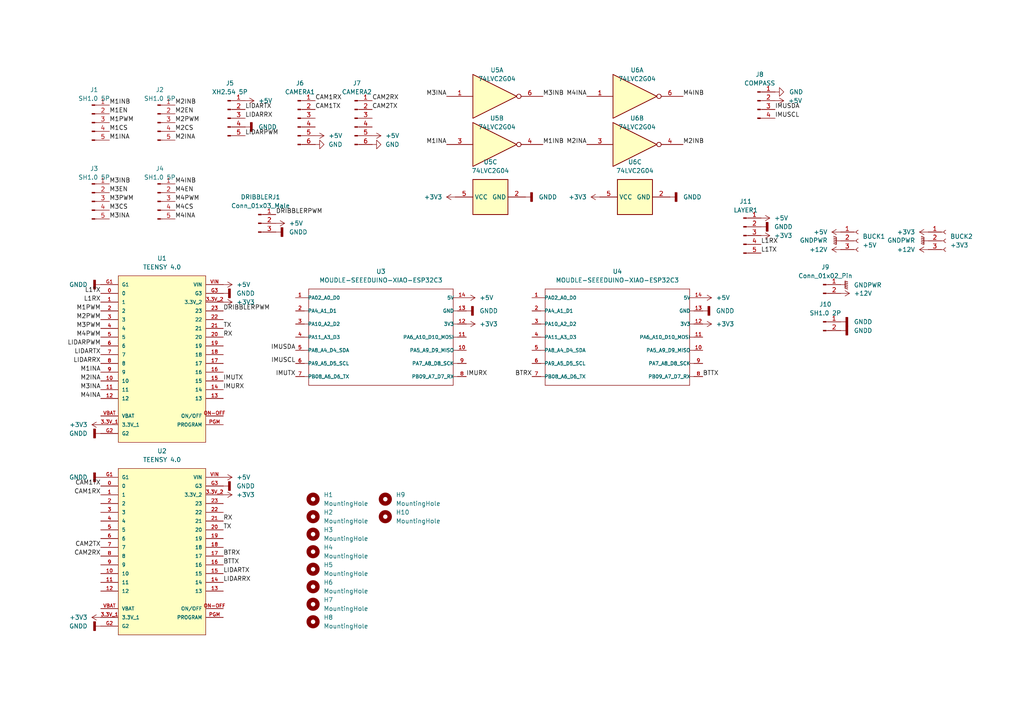
<source format=kicad_sch>
(kicad_sch (version 20230121) (generator eeschema)
  (paper "A4")
  (title_block (title "layer 3 schematic drawing") (date "2023-11-16") (company "ducc. Robotics"))
  (lib_symbols
    (symbol "+12V_1" (power) (pin_names (offset 0))
      (property "Value" "+12V_1" (at 0 3.556 0))
      (symbol "+12V_1_0_1"
        (polyline (pts (xy -0.762 1.27) (xy 0 2.54)))
        (polyline (pts (xy 0 0) (xy 0 2.54)))
        (polyline (pts (xy 0 2.54) (xy 0.762 1.27)))
      )
      (symbol "+12V_1_1_1"
        (pin power_in line (at 0 0 90) (length 0) hide (name "+12V") (number "1"))
      )
    )
    (symbol "+12V_2" (power) (pin_names (offset 0))
      (property "Value" "+12V_2" (at 0 3.556 0))
      (symbol "+12V_2_0_1"
        (polyline (pts (xy -0.762 1.27) (xy 0 2.54)))
        (polyline (pts (xy 0 0) (xy 0 2.54)))
        (polyline (pts (xy 0 2.54) (xy 0.762 1.27)))
      )
      (symbol "+12V_2_1_1"
        (pin power_in line (at 0 0 90) (length 0) hide (name "+12V") (number "1"))
      )
    )
    (symbol "+3V3_1" (power) (pin_names (offset 0))
      (property "Value" "+3V3_1" (at 0 3.556 0))
      (symbol "+3V3_1_0_1"
        (polyline (pts (xy -0.762 1.27) (xy 0 2.54)))
        (polyline (pts (xy 0 0) (xy 0 2.54)))
        (polyline (pts (xy 0 2.54) (xy 0.762 1.27)))
      )
      (symbol "+3V3_1_1_1"
        (pin power_in line (at 0 0 90) (length 0) hide (name "+3V3") (number "1"))
      )
    )
    (symbol "+3V3_3" (power) (pin_names (offset 0))
      (property "Value" "+3V3_3" (at 0 3.556 0))
      (symbol "+3V3_3_0_1"
        (polyline (pts (xy -0.762 1.27) (xy 0 2.54)))
        (polyline (pts (xy 0 0) (xy 0 2.54)))
        (polyline (pts (xy 0 2.54) (xy 0.762 1.27)))
      )
      (symbol "+3V3_3_1_1"
        (pin power_in line (at 0 0 90) (length 0) hide (name "+3V3") (number "1"))
      )
    )
    (symbol "+5V_1" (power) (pin_names (offset 0))
      (property "Value" "+5V_1" (at 0 3.556 0))
      (symbol "+5V_1_0_1"
        (polyline (pts (xy -0.762 1.27) (xy 0 2.54)))
        (polyline (pts (xy 0 0) (xy 0 2.54)))
        (polyline (pts (xy 0 2.54) (xy 0.762 1.27)))
      )
      (symbol "+5V_1_1_1"
        (pin power_in line (at 0 0 90) (length 0) hide (name "+5V") (number "1"))
      )
    )
    (symbol "+5V_2" (power) (pin_names (offset 0))
      (property "Value" "+5V_2" (at 0 3.556 0))
      (symbol "+5V_2_0_1"
        (polyline (pts (xy -0.762 1.27) (xy 0 2.54)))
        (polyline (pts (xy 0 0) (xy 0 2.54)))
        (polyline (pts (xy 0 2.54) (xy 0.762 1.27)))
      )
      (symbol "+5V_2_1_1"
        (pin power_in line (at 0 0 90) (length 0) hide (name "+5V") (number "1"))
      )
    )
    (symbol "+5V_3" (power) (pin_names (offset 0))
      (property "Value" "+5V_3" (at 0 3.556 0))
      (symbol "+5V_3_0_1"
        (polyline (pts (xy -0.762 1.27) (xy 0 2.54)))
        (polyline (pts (xy 0 0) (xy 0 2.54)))
        (polyline (pts (xy 0 2.54) (xy 0.762 1.27)))
      )
      (symbol "+5V_3_1_1"
        (pin power_in line (at 0 0 90) (length 0) hide (name "+5V") (number "1"))
      )
    )
    (symbol "74xGxx:74LVC2G04"
      (property "Reference" "U" (at 0 7.62 0))
      (property "Value" "74LVC2G04" (at 2.54 -7.62 0))
      (symbol "74LVC2G04_1_1"
        (polyline (pts (xy -7.62 6.35) (xy -7.62 -6.35) (xy 5.08 0) (xy -7.62 6.35)) (stroke (width 0.254)) (fill (type background)))
        (pin input line (at -15.24 0 0) (length 7.62) (name "~") (number "1"))
        (pin output inverted (at 12.7 0 180) (length 7.62) (name "~") (number "6"))
      )
      (symbol "74LVC2G04_2_1"
        (polyline (pts (xy -7.62 6.35) (xy -7.62 -6.35) (xy 5.08 0) (xy -7.62 6.35)) (stroke (width 0.254)) (fill (type background)))
        (pin input line (at -15.24 0 0) (length 7.62) (name "~") (number "3"))
        (pin output inverted (at 12.7 0 180) (length 7.62) (name "~") (number "4"))
      )
      (symbol "74LVC2G04_3_0"
        (rectangle (start -5.08 -5.08) (end 5.08 5.08) (stroke (width 0.254)) (fill (type background)))
      )
      (symbol "74LVC2G04_3_1"
        (pin power_in line (at 0 -10.16 90) (length 5.08) (name "GND") (number "2"))
        (pin power_in line (at 0 10.16 270) (length 5.08) (name "VCC") (number "5"))
      )
    )
    (symbol "Connector:Conn_01x02_Pin" (pin_names (offset 1.016) hide)
      (property "Reference" "J" (at 0 2.54 0))
      (property "Value" "Conn_01x02_Pin" (at 0 -5.08 0))
      (symbol "Conn_01x02_Pin_1_1"
        (polyline (pts (xy 1.27 -2.54) (xy 0.8636 -2.54)) (stroke (width 0.1524)))
        (polyline (pts (xy 1.27 0) (xy 0.8636 0)) (stroke (width 0.1524)))
        (rectangle (start 0.8636 -2.413) (end 0 -2.667) (stroke (width 0.1524)) (fill (type outline)))
        (rectangle (start 0.8636 0.127) (end 0 -0.127) (stroke (width 0.1524)) (fill (type outline)))
        (pin passive line (at 5.08 0 180) (length 3.81) (name "Pin_1") (number "1"))
        (pin passive line (at 5.08 -2.54 180) (length 3.81) (name "Pin_2") (number "2"))
      )
    )
    (symbol "Connector:Conn_01x03_Female" (pin_names (offset 1.016) hide)
      (property "Reference" "J" (at 0 5.08 0))
      (property "Value" "Conn_01x03_Female" (at 0 -5.08 0))
      (symbol "Conn_01x03_Female_1_1"
        (arc (start 0 -2.032) (mid -0.5058 -2.54) (end 0 -3.048) (stroke (width 0.1524)))
        (polyline (pts (xy -1.27 -2.54) (xy -0.508 -2.54)) (stroke (width 0.1524)))
        (polyline (pts (xy -1.27 0) (xy -0.508 0)) (stroke (width 0.1524)))
        (polyline (pts (xy -1.27 2.54) (xy -0.508 2.54)) (stroke (width 0.1524)))
        (arc (start 0 0.508) (mid -0.5058 0) (end 0 -0.508) (stroke (width 0.1524)))
        (arc (start 0 3.048) (mid -0.5058 2.54) (end 0 2.032) (stroke (width 0.1524)))
        (pin passive line (at -5.08 2.54 0) (length 3.81) (name "Pin_1") (number "1"))
        (pin passive line (at -5.08 0 0) (length 3.81) (name "Pin_2") (number "2"))
        (pin passive line (at -5.08 -2.54 0) (length 3.81) (name "Pin_3") (number "3"))
      )
    )
    (symbol "Connector:Conn_01x03_Male" (pin_names (offset 1.016) hide)
      (property "Reference" "J" (at 0 5.08 0))
      (property "Value" "Conn_01x03_Male" (at 0 -5.08 0))
      (symbol "Conn_01x03_Male_1_1"
        (polyline (pts (xy 1.27 -2.54) (xy 0.8636 -2.54)) (stroke (width 0.1524)))
        (polyline (pts (xy 1.27 0) (xy 0.8636 0)) (stroke (width 0.1524)))
        (polyline (pts (xy 1.27 2.54) (xy 0.8636 2.54)) (stroke (width 0.1524)))
        (rectangle (start 0.8636 -2.413) (end 0 -2.667) (stroke (width 0.1524)) (fill (type outline)))
        (rectangle (start 0.8636 0.127) (end 0 -0.127) (stroke (width 0.1524)) (fill (type outline)))
        (rectangle (start 0.8636 2.667) (end 0 2.413) (stroke (width 0.1524)) (fill (type outline)))
        (pin passive line (at 5.08 2.54 180) (length 3.81) (name "Pin_1") (number "1"))
        (pin passive line (at 5.08 0 180) (length 3.81) (name "Pin_2") (number "2"))
        (pin passive line (at 5.08 -2.54 180) (length 3.81) (name "Pin_3") (number "3"))
      )
    )
    (symbol "Connector:Conn_01x04_Pin" (pin_names (offset 1.016) hide)
      (property "Reference" "J" (at 0 5.08 0))
      (property "Value" "Conn_01x04_Pin" (at 0 -7.62 0))
      (symbol "Conn_01x04_Pin_1_1"
        (polyline (pts (xy 1.27 -5.08) (xy 0.8636 -5.08)) (stroke (width 0.1524)))
        (polyline (pts (xy 1.27 -2.54) (xy 0.8636 -2.54)) (stroke (width 0.1524)))
        (polyline (pts (xy 1.27 0) (xy 0.8636 0)) (stroke (width 0.1524)))
        (polyline (pts (xy 1.27 2.54) (xy 0.8636 2.54)) (stroke (width 0.1524)))
        (rectangle (start 0.8636 -4.953) (end 0 -5.207) (stroke (width 0.1524)) (fill (type outline)))
        (rectangle (start 0.8636 -2.413) (end 0 -2.667) (stroke (width 0.1524)) (fill (type outline)))
        (rectangle (start 0.8636 0.127) (end 0 -0.127) (stroke (width 0.1524)) (fill (type outline)))
        (rectangle (start 0.8636 2.667) (end 0 2.413) (stroke (width 0.1524)) (fill (type outline)))
        (pin passive line (at 5.08 2.54 180) (length 3.81) (name "Pin_1") (number "1"))
        (pin passive line (at 5.08 0 180) (length 3.81) (name "Pin_2") (number "2"))
        (pin passive line (at 5.08 -2.54 180) (length 3.81) (name "Pin_3") (number "3"))
        (pin passive line (at 5.08 -5.08 180) (length 3.81) (name "Pin_4") (number "4"))
      )
    )
    (symbol "Connector:Conn_01x05_Male" (pin_names (offset 1.016) hide)
      (property "Reference" "J" (at 0 7.62 0))
      (property "Value" "Conn_01x05_Male" (at 0 -7.62 0))
      (symbol "Conn_01x05_Male_1_1"
        (polyline (pts (xy 1.27 -5.08) (xy 0.8636 -5.08)) (stroke (width 0.1524)))
        (polyline (pts (xy 1.27 -2.54) (xy 0.8636 -2.54)) (stroke (width 0.1524)))
        (polyline (pts (xy 1.27 0) (xy 0.8636 0)) (stroke (width 0.1524)))
        (polyline (pts (xy 1.27 2.54) (xy 0.8636 2.54)) (stroke (width 0.1524)))
        (polyline (pts (xy 1.27 5.08) (xy 0.8636 5.08)) (stroke (width 0.1524)))
        (rectangle (start 0.8636 -4.953) (end 0 -5.207) (stroke (width 0.1524)) (fill (type outline)))
        (rectangle (start 0.8636 -2.413) (end 0 -2.667) (stroke (width 0.1524)) (fill (type outline)))
        (rectangle (start 0.8636 0.127) (end 0 -0.127) (stroke (width 0.1524)) (fill (type outline)))
        (rectangle (start 0.8636 2.667) (end 0 2.413) (stroke (width 0.1524)) (fill (type outline)))
        (rectangle (start 0.8636 5.207) (end 0 4.953) (stroke (width 0.1524)) (fill (type outline)))
        (pin passive line (at 5.08 5.08 180) (length 3.81) (name "Pin_1") (number "1"))
        (pin passive line (at 5.08 2.54 180) (length 3.81) (name "Pin_2") (number "2"))
        (pin passive line (at 5.08 0 180) (length 3.81) (name "Pin_3") (number "3"))
        (pin passive line (at 5.08 -2.54 180) (length 3.81) (name "Pin_4") (number "4"))
        (pin passive line (at 5.08 -5.08 180) (length 3.81) (name "Pin_5") (number "5"))
      )
    )
    (symbol "Connector:Conn_01x05_Pin" (pin_names (offset 1.016) hide)
      (property "Reference" "J" (at 0 7.62 0))
      (property "Value" "Conn_01x05_Pin" (at 0 -7.62 0))
      (symbol "Conn_01x05_Pin_1_1"
        (polyline (pts (xy 1.27 -5.08) (xy 0.8636 -5.08)) (stroke (width 0.1524)))
        (polyline (pts (xy 1.27 -2.54) (xy 0.8636 -2.54)) (stroke (width 0.1524)))
        (polyline (pts (xy 1.27 0) (xy 0.8636 0)) (stroke (width 0.1524)))
        (polyline (pts (xy 1.27 2.54) (xy 0.8636 2.54)) (stroke (width 0.1524)))
        (polyline (pts (xy 1.27 5.08) (xy 0.8636 5.08)) (stroke (width 0.1524)))
        (rectangle (start 0.8636 -4.953) (end 0 -5.207) (stroke (width 0.1524)) (fill (type outline)))
        (rectangle (start 0.8636 -2.413) (end 0 -2.667) (stroke (width 0.1524)) (fill (type outline)))
        (rectangle (start 0.8636 0.127) (end 0 -0.127) (stroke (width 0.1524)) (fill (type outline)))
        (rectangle (start 0.8636 2.667) (end 0 2.413) (stroke (width 0.1524)) (fill (type outline)))
        (rectangle (start 0.8636 5.207) (end 0 4.953) (stroke (width 0.1524)) (fill (type outline)))
        (pin passive line (at 5.08 5.08 180) (length 3.81) (name "Pin_1") (number "1"))
        (pin passive line (at 5.08 2.54 180) (length 3.81) (name "Pin_2") (number "2"))
        (pin passive line (at 5.08 0 180) (length 3.81) (name "Pin_3") (number "3"))
        (pin passive line (at 5.08 -2.54 180) (length 3.81) (name "Pin_4") (number "4"))
        (pin passive line (at 5.08 -5.08 180) (length 3.81) (name "Pin_5") (number "5"))
      )
    )
    (symbol "Connector:Conn_01x06_Male" (pin_names (offset 1.016) hide)
      (property "Reference" "J" (at 0 7.62 0))
      (property "Value" "Conn_01x06_Male" (at 0 -10.16 0))
      (symbol "Conn_01x06_Male_1_1"
        (polyline (pts (xy 1.27 -7.62) (xy 0.8636 -7.62)) (stroke (width 0.1524)))
        (polyline (pts (xy 1.27 -5.08) (xy 0.8636 -5.08)) (stroke (width 0.1524)))
        (polyline (pts (xy 1.27 -2.54) (xy 0.8636 -2.54)) (stroke (width 0.1524)))
        (polyline (pts (xy 1.27 0) (xy 0.8636 0)) (stroke (width 0.1524)))
        (polyline (pts (xy 1.27 2.54) (xy 0.8636 2.54)) (stroke (width 0.1524)))
        (polyline (pts (xy 1.27 5.08) (xy 0.8636 5.08)) (stroke (width 0.1524)))
        (rectangle (start 0.8636 -7.493) (end 0 -7.747) (stroke (width 0.1524)) (fill (type outline)))
        (rectangle (start 0.8636 -4.953) (end 0 -5.207) (stroke (width 0.1524)) (fill (type outline)))
        (rectangle (start 0.8636 -2.413) (end 0 -2.667) (stroke (width 0.1524)) (fill (type outline)))
        (rectangle (start 0.8636 0.127) (end 0 -0.127) (stroke (width 0.1524)) (fill (type outline)))
        (rectangle (start 0.8636 2.667) (end 0 2.413) (stroke (width 0.1524)) (fill (type outline)))
        (rectangle (start 0.8636 5.207) (end 0 4.953) (stroke (width 0.1524)) (fill (type outline)))
        (pin passive line (at 5.08 5.08 180) (length 3.81) (name "Pin_1") (number "1"))
        (pin passive line (at 5.08 2.54 180) (length 3.81) (name "Pin_2") (number "2"))
        (pin passive line (at 5.08 0 180) (length 3.81) (name "Pin_3") (number "3"))
        (pin passive line (at 5.08 -2.54 180) (length 3.81) (name "Pin_4") (number "4"))
        (pin passive line (at 5.08 -5.08 180) (length 3.81) (name "Pin_5") (number "5"))
        (pin passive line (at 5.08 -7.62 180) (length 3.81) (name "Pin_6") (number "6"))
      )
    )
    (symbol "DEV-15583:DEV-15583" (pin_names (offset 1.016))
      (property "Reference" "U" (at -12.7 23.622 0))
      (property "Value" "DEV-15583" (at -12.7 -27.94 0))
      (symbol "DEV-15583_0_0"
        (rectangle (start -12.7 -25.4) (end 12.7 22.86) (stroke (width 0.1524)) (fill (type background)))
        (pin bidirectional line (at -17.78 17.78 0) (length 5.08) (name "0") (number "0"))
        (pin bidirectional line (at -17.78 15.24 0) (length 5.08) (name "1") (number "1"))
        (pin bidirectional line (at -17.78 -7.62 0) (length 5.08) (name "10") (number "10"))
        (pin bidirectional line (at -17.78 -10.16 0) (length 5.08) (name "11") (number "11"))
        (pin bidirectional line (at -17.78 -12.7 0) (length 5.08) (name "12") (number "12"))
        (pin bidirectional line (at 17.78 -12.7 180) (length 5.08) (name "13") (number "13"))
        (pin bidirectional line (at 17.78 -10.16 180) (length 5.08) (name "14") (number "14"))
        (pin bidirectional line (at 17.78 -7.62 180) (length 5.08) (name "15") (number "15"))
        (pin bidirectional line (at 17.78 -5.08 180) (length 5.08) (name "16") (number "16"))
        (pin bidirectional line (at 17.78 -2.54 180) (length 5.08) (name "17") (number "17"))
        (pin bidirectional line (at 17.78 0 180) (length 5.08) (name "18") (number "18"))
        (pin bidirectional line (at 17.78 2.54 180) (length 5.08) (name "19") (number "19"))
        (pin bidirectional line (at -17.78 12.7 0) (length 5.08) (name "2") (number "2"))
        (pin bidirectional line (at 17.78 5.08 180) (length 5.08) (name "20") (number "20"))
        (pin bidirectional line (at 17.78 7.62 180) (length 5.08) (name "21") (number "21"))
        (pin bidirectional line (at 17.78 10.16 180) (length 5.08) (name "22") (number "22"))
        (pin bidirectional line (at 17.78 12.7 180) (length 5.08) (name "23") (number "23"))
        (pin bidirectional line (at -17.78 10.16 0) (length 5.08) (name "3") (number "3"))
        (pin power_in line (at -17.78 -20.32 0) (length 5.08) (name "3.3V_1") (number "3.3V_1"))
        (pin power_in line (at 17.78 15.24 180) (length 5.08) (name "3.3V_2") (number "3.3V_2"))
        (pin bidirectional line (at -17.78 7.62 0) (length 5.08) (name "4") (number "4"))
        (pin bidirectional line (at -17.78 5.08 0) (length 5.08) (name "5") (number "5"))
        (pin bidirectional line (at -17.78 2.54 0) (length 5.08) (name "6") (number "6"))
        (pin bidirectional line (at -17.78 0 0) (length 5.08) (name "7") (number "7"))
        (pin bidirectional line (at -17.78 -2.54 0) (length 5.08) (name "8") (number "8"))
        (pin bidirectional line (at -17.78 -5.08 0) (length 5.08) (name "9") (number "9"))
        (pin power_in line (at -17.78 20.32 0) (length 5.08) (name "G1") (number "G1"))
        (pin power_in line (at -17.78 -22.86 0) (length 5.08) (name "G2") (number "G2"))
        (pin power_in line (at 17.78 17.78 180) (length 5.08) (name "G3") (number "G3"))
        (pin bidirectional line (at 17.78 -17.78 180) (length 5.08) (name "ON/OFF") (number "ON-OFF"))
        (pin bidirectional line (at 17.78 -20.32 180) (length 5.08) (name "PROGRAM") (number "PGM"))
        (pin power_in line (at -17.78 -17.78 0) (length 5.08) (name "VBAT") (number "VBAT"))
        (pin power_in line (at 17.78 20.32 180) (length 5.08) (name "VIN") (number "VIN"))
      )
    )
    (symbol "GND_1" (power) (pin_names (offset 0))
      (property "Value" "GND_1" (at 0 -3.81 0))
      (symbol "GND_1_0_1"
        (polyline (pts (xy 0 0) (xy 0 -1.27) (xy 1.27 -1.27) (xy 0 -2.54) (xy -1.27 -1.27) (xy 0 -1.27)))
      )
      (symbol "GND_1_1_1"
        (pin power_in line (at 0 0 270) (length 0) hide (name "GND") (number "1"))
      )
    )
    (symbol "MOUDLE-SEEEDUINO-XIAO-ESP32C3:MOUDLE-SEEEDUINO-XIAO-ESP32C3" (pin_names (offset 1.016))
      (property "Reference" "U" (at -21.59 15.24 0))
      (property "Value" "MOUDLE-SEEEDUINO-XIAO-ESP32C3" (at -21.59 13.97 0))
      (symbol "MOUDLE-SEEEDUINO-XIAO-ESP32C3_0_0"
        (polyline (pts (xy -21.59 -13.97) (xy -21.59 0)) (stroke (width 0.1524)))
        (polyline (pts (xy -21.59 -11.43) (xy -22.86 -11.43)) (stroke (width 0.1524)))
        (polyline (pts (xy -21.59 -7.62) (xy -22.86 -7.62)) (stroke (width 0.1524)))
        (polyline (pts (xy -21.59 -3.81) (xy -22.86 -3.81)) (stroke (width 0.1524)))
        (polyline (pts (xy -21.59 0) (xy -22.86 0)) (stroke (width 0.1524)))
        (polyline (pts (xy -21.59 0) (xy -21.59 3.81)) (stroke (width 0.1524)))
        (polyline (pts (xy -21.59 3.81) (xy -22.86 3.81)) (stroke (width 0.1524)))
        (polyline (pts (xy -21.59 3.81) (xy -21.59 7.62)) (stroke (width 0.1524)))
        (polyline (pts (xy -21.59 7.62) (xy -22.86 7.62)) (stroke (width 0.1524)))
        (polyline (pts (xy -21.59 7.62) (xy -21.59 11.43)) (stroke (width 0.1524)))
        (polyline (pts (xy -21.59 11.43) (xy -22.86 11.43)) (stroke (width 0.1524)))
        (polyline (pts (xy -21.59 11.43) (xy -21.59 13.97)) (stroke (width 0.1524)))
        (polyline (pts (xy -21.59 13.97) (xy 20.32 13.97)) (stroke (width 0.1524)))
        (polyline (pts (xy 20.32 -13.97) (xy -21.59 -13.97)) (stroke (width 0.1524)))
        (polyline (pts (xy 20.32 3.81) (xy 20.32 -13.97)) (stroke (width 0.1524)))
        (polyline (pts (xy 20.32 7.62) (xy 20.32 3.81)) (stroke (width 0.1524)))
        (polyline (pts (xy 20.32 11.43) (xy 20.32 7.62)) (stroke (width 0.1524)))
        (polyline (pts (xy 20.32 13.97) (xy 20.32 11.43)) (stroke (width 0.1524)))
        (polyline (pts (xy 21.59 -11.43) (xy 20.32 -11.43)) (stroke (width 0.1524)))
        (polyline (pts (xy 21.59 -7.62) (xy 20.32 -7.62)) (stroke (width 0.1524)))
        (polyline (pts (xy 21.59 -3.81) (xy 20.32 -3.81)) (stroke (width 0.1524)))
        (polyline (pts (xy 21.59 0) (xy 20.32 0)) (stroke (width 0.1524)))
        (polyline (pts (xy 21.59 3.81) (xy 20.32 3.81)) (stroke (width 0.1524)))
        (polyline (pts (xy 21.59 7.62) (xy 20.32 7.62)) (stroke (width 0.1524)))
        (polyline (pts (xy 21.59 11.43) (xy 20.32 11.43)) (stroke (width 0.1524)))
        (pin bidirectional line (at -25.4 11.43 0) (length 2.54) (name "PA02_A0_D0") (number "1"))
        (pin bidirectional line (at 24.13 -3.81 180) (length 2.54) (name "PA5_A9_D9_MISO") (number "10"))
        (pin bidirectional line (at 24.13 0 180) (length 2.54) (name "PA6_A10_D10_MOSI") (number "11"))
        (pin bidirectional line (at 24.13 3.81 180) (length 2.54) (name "3V3") (number "12"))
        (pin bidirectional line (at 24.13 7.62 180) (length 2.54) (name "GND") (number "13"))
        (pin bidirectional line (at 24.13 11.43 180) (length 2.54) (name "5V") (number "14"))
        (pin bidirectional line (at -25.4 7.62 0) (length 2.54) (name "PA4_A1_D1") (number "2"))
        (pin bidirectional line (at -25.4 3.81 0) (length 2.54) (name "PA10_A2_D2") (number "3"))
        (pin bidirectional line (at -25.4 0 0) (length 2.54) (name "PA11_A3_D3") (number "4"))
        (pin bidirectional line (at -25.4 -3.81 0) (length 2.54) (name "PA8_A4_D4_SDA") (number "5"))
        (pin bidirectional line (at -25.4 -7.62 0) (length 2.54) (name "PA9_A5_D5_SCL") (number "6"))
        (pin bidirectional line (at -25.4 -11.43 0) (length 2.54) (name "PB08_A6_D6_TX") (number "7"))
        (pin bidirectional line (at 24.13 -11.43 180) (length 2.54) (name "PB09_A7_D7_RX") (number "8"))
        (pin bidirectional line (at 24.13 -7.62 180) (length 2.54) (name "PA7_A8_D8_SCK") (number "9"))
      )
    )
    (symbol "Mechanical:MountingHole" (pin_names (offset 1.016))
      (property "Reference" "H" (at 0 5.08 0))
      (property "Value" "MountingHole" (at 0 3.175 0))
      (symbol "MountingHole_0_1"
        (circle (center 0 0) (radius 1.27) (stroke (width 1.27)))
      )
    )
    (symbol "power:+3V3" (power) (pin_names (offset 0))
      (property "Value" "+3V3" (at 0 3.556 0))
      (symbol "+3V3_0_1"
        (polyline (pts (xy -0.762 1.27) (xy 0 2.54)))
        (polyline (pts (xy 0 0) (xy 0 2.54)))
        (polyline (pts (xy 0 2.54) (xy 0.762 1.27)))
      )
      (symbol "+3V3_1_1"
        (pin power_in line (at 0 0 90) (length 0) hide (name "+3V3") (number "1"))
      )
    )
    (symbol "power:+5V" (power) (pin_names (offset 0))
      (property "Value" "+5V" (at 0 3.556 0))
      (symbol "+5V_0_1"
        (polyline (pts (xy -0.762 1.27) (xy 0 2.54)))
        (polyline (pts (xy 0 0) (xy 0 2.54)))
        (polyline (pts (xy 0 2.54) (xy 0.762 1.27)))
      )
      (symbol "+5V_1_1"
        (pin power_in line (at 0 0 90) (length 0) hide (name "+5V") (number "1"))
      )
    )
    (symbol "power:GND" (power) (pin_names (offset 0))
      (property "Value" "GND" (at 0 -3.81 0))
      (symbol "GND_0_1"
        (polyline (pts (xy 0 0) (xy 0 -1.27) (xy 1.27 -1.27) (xy 0 -2.54) (xy -1.27 -1.27) (xy 0 -1.27)))
      )
      (symbol "GND_1_1"
        (pin power_in line (at 0 0 270) (length 0) hide (name "GND") (number "1"))
      )
    )
    (symbol "power:GNDD" (power) (pin_names (offset 0))
      (property "Value" "GNDD" (at 0 -3.175 0))
      (symbol "GNDD_0_1"
        (rectangle (start -1.27 -1.524) (end 1.27 -2.032) (stroke (width 0.254)) (fill (type outline)))
        (polyline (pts (xy 0 0) (xy 0 -1.524)))
      )
      (symbol "GNDD_1_1"
        (pin power_in line (at 0 0 270) (length 0) hide (name "GNDD") (number "1"))
      )
    )
    (symbol "power:GNDPWR" (power) (pin_names (offset 0))
      (property "Value" "GNDPWR" (at 0 -3.302 0))
      (symbol "GNDPWR_0_1"
        (polyline (pts (xy 0 -1.27) (xy 0 0)))
        (polyline (pts (xy -1.016 -1.27) (xy -1.27 -2.032) (xy -1.27 -2.032)) (stroke (width 0.2032)))
        (polyline (pts (xy -0.508 -1.27) (xy -0.762 -2.032) (xy -0.762 -2.032)) (stroke (width 0.2032)))
        (polyline (pts (xy 0 -1.27) (xy -0.254 -2.032) (xy -0.254 -2.032)) (stroke (width 0.2032)))
        (polyline (pts (xy 0.508 -1.27) (xy 0.254 -2.032) (xy 0.254 -2.032)) (stroke (width 0.2032)))
        (polyline (pts (xy 1.016 -1.27) (xy -1.016 -1.27) (xy -1.016 -1.27)) (stroke (width 0.2032)))
        (polyline (pts (xy 1.016 -1.27) (xy 0.762 -2.032) (xy 0.762 -2.032) (xy 0.762 -2.032)) (stroke (width 0.2032)))
      )
      (symbol "GNDPWR_1_1"
        (pin power_in line (at 0 0 270) (length 0) hide (name "GNDPWR") (number "1"))
      )
    )
  )
  (label "M3INA" (at 29.21 113.03 180))
  (label "LIDARTX" (at 71.12 31.75 0))
  (label "M2EN" (at 50.8 33.02 0))
  (label "M3INA" (at 129.54 27.94 180))
  (label "M4INA" (at 29.21 115.57 180))
  (label "M1INA" (at 129.54 41.91 180))
  (label "CAM2RX" (at 29.21 161.29 180))
  (label "M1CS" (at 31.75 38.1 0))
  (label "L1TX" (at 29.21 85.09 180))
  (label "IMURX" (at 135.255 109.22 0))
  (label "BTRX" (at 64.77 161.29 0))
  (label "M4PWM" (at 29.21 97.79 180))
  (label "CAM1RX" (at 91.44 29.21 0))
  (label "M2INA" (at 170.18 41.91 180))
  (label "M2PWM" (at 29.21 92.71 180))
  (label "M4CS" (at 50.8 60.96 0))
  (label "IMUTX" (at 85.725 109.22 180))
  (label "M2INB" (at 50.8 30.48 0))
  (label "CAM2RX" (at 107.95 29.21 0))
  (label "TX" (at 64.77 153.67 0))
  (label "LIDARRX" (at 71.12 34.29 0))
  (label "CAM1TX" (at 91.44 31.75 0))
  (label "M1INB" (at 157.48 41.91 0))
  (label "LIDARTX" (at 29.21 102.87 180))
  (label "M3INB" (at 31.75 53.34 0))
  (label "M1EN" (at 31.75 33.02 0))
  (label "IMURX" (at 64.77 113.03 0))
  (label "RX" (at 64.77 151.13 0))
  (label "LIDARPWM" (at 71.12 39.37 0))
  (label "BTTX" (at 203.835 109.22 0))
  (label "M1PWM" (at 29.21 90.17 180))
  (label "M4EN" (at 50.8 55.88 0))
  (label "IMUTX" (at 64.77 110.49 0))
  (label "M4PWM" (at 50.8 58.42 0))
  (label "M3INB" (at 157.48 27.94 0))
  (label "L1RX" (at 29.21 87.63 180))
  (label "M3EN" (at 31.75 55.88 0))
  (label "IMUSDA" (at 224.79 31.75 0))
  (label "M2PWM" (at 50.8 35.56 0))
  (label "M1INA" (at 29.21 107.95 180))
  (label "M2INB" (at 198.12 41.91 0))
  (label "M4INB" (at 50.8 53.34 0))
  (label "IMUSCL" (at 85.725 105.41 180))
  (label "M4INA" (at 50.8 63.5 0))
  (label "LIDARRX" (at 64.77 168.91 0))
  (label "DRIBBLERPWM" (at 64.77 90.17 0))
  (label "M3PWM" (at 29.21 95.25 180))
  (label "M3INA" (at 31.75 63.5 0))
  (label "M2CS" (at 50.8 38.1 0))
  (label "M2INA" (at 50.8 40.64 0))
  (label "LIDARPWM" (at 29.21 100.33 180))
  (label "LIDARTX" (at 64.77 166.37 0))
  (label "M4INA" (at 170.18 27.94 180))
  (label "CAM2TX" (at 29.21 158.75 180))
  (label "TX" (at 64.77 95.25 0))
  (label "M3CS" (at 31.75 60.96 0))
  (label "M1PWM" (at 31.75 35.56 0))
  (label "M4INB" (at 198.12 27.94 0))
  (label "BTTX" (at 64.77 163.83 0))
  (label "M1INB" (at 31.75 30.48 0))
  (label "M1INA" (at 31.75 40.64 0))
  (label "L1TX" (at 220.726 73.406 0))
  (label "M3PWM" (at 31.75 58.42 0))
  (label "RX" (at 64.77 97.79 0))
  (label "DRIBBLERPWM" (at 80.01 62.23 0))
  (label "L1RX" (at 220.726 70.866 0))
  (label "CAM1RX" (at 29.21 143.51 180))
  (label "IMUSCL" (at 224.79 34.29 0))
  (label "BTRX" (at 154.305 109.22 180))
  (label "CAM1TX" (at 29.21 140.97 180))
  (label "LIDARRX" (at 29.21 105.41 180))
  (label "CAM2TX" (at 107.95 31.75 0))
  (label "M2INA" (at 29.21 110.49 180))
  (label "IMUSDA" (at 85.725 101.6 180))
  (symbol (lib_id "power:GNDPWR") (at 269.24 69.85 270) (unit 1)
    (property "Reference" "#PWR039" (effects hide))
    (property "Value" "GNDPWR" (at 265.43 69.723 90) (effects (justify right)))
  )
  (symbol (lib_id "power:+5V") (at 91.44 39.37 270) (unit 1)
    (property "Reference" "#PWR07" (effects hide))
    (property "Value" "+5V" (at 95.25 39.3699 90) (effects (justify left)))
  )
  (symbol (lib_id "Mechanical:MountingHole") (at 90.805 144.78 0) (unit 1)
    (property "Reference" "H1" (at 93.853 143.5099 0) (effects (justify left)))
    (property "Value" "MountingHole" (at 93.853 146.0499 0) (effects (justify left)))
    (property "Footprint" "MountingHole:MountingHole_3.2mm_M3_Pad" (effects hide))
  )
  (symbol (lib_id "74xGxx:74LVC2G04") (at 144.78 41.91 0) (unit 2)
    (property "Reference" "U5" (at 144.145 34.29 0))
    (property "Value" "74LVC2G04" (at 144.145 36.83 0))
    (property "Footprint" "Package_TO_SOT_SMD:SOT-23-6" (effects hide))
    (property "Datasheet" "http://www.ti.com/lit/sg/scyt129e/scyt129e.pdf" (effects hide))
  )
  (symbol (lib_id "power:GNDD") (at 152.4 57.15 90) (unit 1)
    (property "Reference" "#PWR025" (effects hide))
    (property "Value" "GNDD" (at 156.21 57.15 90) (effects (justify right)))
  )
  (symbol (lib_name "+12V_2") (lib_id "power:+12V") (at 243.84 72.39 90) (unit 1)
    (property "Reference" "#PWR037" (effects hide))
    (property "Value" "+12V" (at 240.03 72.39 90) (effects (justify left)))
  )
  (symbol (lib_id "power:GNDD") (at 220.726 65.786 90) (unit 1)
    (property "Reference" "#PWR023" (effects hide))
    (property "Value" "GNDD" (at 224.536 65.786 90) (effects (justify right)))
  )
  (symbol (lib_name "+5V_3") (lib_id "power:+5V") (at 224.79 29.21 270) (unit 1)
    (property "Reference" "#PWR049" (effects hide))
    (property "Value" "+5V" (at 228.6 29.21 90) (effects (justify left)))
  )
  (symbol (lib_id "DEV-15583:DEV-15583") (at 46.99 158.75 0) (unit 1)
    (property "Reference" "U2" (at 46.99 130.81 0))
    (property "Value" "TEENSY 4.0" (at 46.99 133.35 0))
    (property "Footprint" "teensy:Teensy40" (effects hide))
    (property "MANUFACTURER" "Sparkfun" (effects hide))
    (property "MAXIMUM_PACKAGE_HEIGHT" "5.87mm" (effects hide))
    (property "STANDARD" "Manufacturer Recommendations" (effects hide))
  )
  (symbol (lib_id "power:+5V") (at 107.95 39.37 270) (unit 1)
    (property "Reference" "#PWR09" (effects hide))
    (property "Value" "+5V" (at 111.76 39.3699 90) (effects (justify left)))
  )
  (symbol (lib_id "Connector:Conn_01x04_Pin") (at 219.71 29.21 0) (unit 1)
    (property "Reference" "J8" (at 220.345 21.59 0))
    (property "Value" "COMPASS" (at 220.345 24.13 0))
    (property "Footprint" "Connector_JST:JST_SH_BM04B-SRSS-TB_1x04-1MP_P1.00mm_Vertical" (effects hide))
  )
  (symbol (lib_id "power:+3V3") (at 29.21 123.19 90) (unit 1)
    (property "Reference" "#PWR012" (effects hide))
    (property "Value" "+3V3" (at 25.4 123.1899 90) (effects (justify left)))
  )
  (symbol (lib_id "power:GNDD") (at 243.84 93.345 90) (unit 1)
    (property "Reference" "#PWR017" (effects hide))
    (property "Value" "GNDD" (at 247.65 93.345 90) (effects (justify right)))
  )
  (symbol (lib_id "power:+3V3") (at 135.255 93.98 270) (unit 1)
    (property "Reference" "#PWR033" (effects hide))
    (property "Value" "+3V3" (at 139.065 93.9801 90) (effects (justify left)))
  )
  (symbol (lib_id "power:+5V") (at 64.77 82.55 270) (unit 1)
    (property "Reference" "#PWR014" (effects hide))
    (property "Value" "+5V" (at 68.58 82.5499 90) (effects (justify left)))
  )
  (symbol (lib_id "power:GND") (at 107.95 41.91 90) (unit 1)
    (property "Reference" "#PWR010" (effects hide))
    (property "Value" "GND" (at 111.76 41.9099 90) (effects (justify right)))
  )
  (symbol (lib_id "Connector:Conn_01x06_Male") (at 102.87 34.29 0) (unit 1)
    (property "Reference" "J7" (at 103.505 24.13 0))
    (property "Value" "CAMERA2" (at 103.505 26.67 0))
    (property "Footprint" "Connector_JST:JST_GH_BM06B-GHS-TBT_1x06-1MP_P1.25mm_Vertical" (effects hide))
  )
  (symbol (lib_id "74xGxx:74LVC2G04") (at 142.24 57.15 90) (unit 3)
    (property "Reference" "U5" (at 142.24 46.99 90))
    (property "Value" "74LVC2G04" (at 142.24 49.53 90))
    (property "Footprint" "Package_TO_SOT_SMD:SOT-23-6" (effects hide))
    (property "Datasheet" "http://www.ti.com/lit/sg/scyt129e/scyt129e.pdf" (effects hide))
  )
  (symbol (lib_name "GND_1") (lib_id "power:GND") (at 224.79 26.67 90) (unit 1)
    (property "Reference" "#PWR048" (effects hide))
    (property "Value" "GND" (at 228.854 26.67 90) (effects (justify right)))
  )
  (symbol (lib_id "power:GNDD") (at 243.84 95.885 90) (unit 1)
    (property "Reference" "#PWR018" (effects hide))
    (property "Value" "GNDD" (at 247.65 95.885 90) (effects (justify right)))
  )
  (symbol (lib_id "power:GNDD") (at 194.31 57.15 90) (unit 1)
    (property "Reference" "#PWR026" (effects hide))
    (property "Value" "GNDD" (at 198.12 57.15 90) (effects (justify right)))
  )
  (symbol (lib_id "Connector:Conn_01x05_Pin") (at 26.67 35.56 0) (unit 1)
    (property "Reference" "J1" (at 27.305 26.035 0))
    (property "Value" "SH1.0 5P" (at 27.305 28.575 0))
    (property "Footprint" "Connector_JST:JST_SH_SM05B-SRSS-TB_1x05-1MP_P1.00mm_Horizontal" (effects hide))
  )
  (symbol (lib_id "MOUDLE-SEEEDUINO-XIAO-ESP32C3:MOUDLE-SEEEDUINO-XIAO-ESP32C3") (at 111.125 97.79 0) (unit 1)
    (property "Reference" "U3" (at 110.49 78.74 0))
    (property "Value" "MOUDLE-SEEEDUINO-XIAO-ESP32C3" (at 110.49 81.28 0))
    (property "Footprint" "libraries:xiao-esp32c3" (effects hide))
  )
  (symbol (lib_id "power:+3V3") (at 29.21 179.07 90) (unit 1)
    (property "Reference" "#PWR042" (effects hide))
    (property "Value" "+3V3" (at 25.4 179.0699 90) (effects (justify left)))
  )
  (symbol (lib_id "power:+3V3") (at 64.77 143.51 270) (unit 1)
    (property "Reference" "#PWR046" (effects hide))
    (property "Value" "+3V3" (at 68.58 143.5101 90) (effects (justify left)))
  )
  (symbol (lib_name "+12V_2") (lib_id "power:+12V") (at 269.24 72.39 90) (unit 1)
    (property "Reference" "#PWR040" (effects hide))
    (property "Value" "+12V" (at 265.43 72.39 90) (effects (justify left)))
  )
  (symbol (lib_id "power:GNDD") (at 135.255 90.17 90) (unit 1)
    (property "Reference" "#PWR029" (effects hide))
    (property "Value" "GNDD" (at 139.065 90.17 90) (effects (justify right)))
  )
  (symbol (lib_id "power:+5V") (at 135.255 86.36 270) (unit 1)
    (property "Reference" "#PWR031" (effects hide))
    (property "Value" "+5V" (at 139.065 86.3599 90) (effects (justify left)))
  )
  (symbol (lib_id "power:GNDD") (at 64.77 140.97 90) (unit 1)
    (property "Reference" "#PWR045" (effects hide))
    (property "Value" "GNDD" (at 68.58 140.97 90) (effects (justify right)))
  )
  (symbol (lib_id "power:+5V") (at 64.77 138.43 270) (unit 1)
    (property "Reference" "#PWR044" (effects hide))
    (property "Value" "+5V" (at 68.58 138.4299 90) (effects (justify left)))
  )
  (symbol (lib_id "power:GNDD") (at 203.835 90.17 90) (unit 1)
    (property "Reference" "#PWR030" (effects hide))
    (property "Value" "GNDD" (at 207.645 90.17 90) (effects (justify right)))
  )
  (symbol (lib_name "+12V_1") (lib_id "power:+12V") (at 243.84 85.09 270) (unit 1)
    (property "Reference" "#PWR03" (effects hide))
    (property "Value" "+12V" (at 247.65 85.09 90) (effects (justify left)))
  )
  (symbol (lib_id "Mechanical:MountingHole") (at 111.76 144.78 0) (unit 1)
    (property "Reference" "H9" (at 114.808 143.5099 0) (effects (justify left)))
    (property "Value" "MountingHole" (at 114.808 146.0499 0) (effects (justify left)))
    (property "Footprint" "MountingHole:MountingHole_3.2mm_M3_Pad" (effects hide))
  )
  (symbol (lib_name "+3V3_1") (lib_id "power:+3V3") (at 132.08 57.15 90) (unit 1)
    (property "Reference" "#PWR028" (effects hide))
    (property "Value" "+3V3" (at 128.27 57.15 90) (effects (justify left)))
  )
  (symbol (lib_id "74xGxx:74LVC2G04") (at 185.42 27.94 0) (unit 1)
    (property "Reference" "U6" (at 184.785 20.32 0))
    (property "Value" "74LVC2G04" (at 184.785 22.86 0))
    (property "Footprint" "Package_TO_SOT_SMD:SOT-23-6" (effects hide))
    (property "Datasheet" "http://www.ti.com/lit/sg/scyt129e/scyt129e.pdf" (effects hide))
  )
  (symbol (lib_id "power:GNDD") (at 29.21 138.43 270) (unit 1)
    (property "Reference" "#PWR041" (effects hide))
    (property "Value" "GNDD" (at 25.4 138.43 90) (effects (justify right)))
  )
  (symbol (lib_id "Mechanical:MountingHole") (at 90.805 149.86 0) (unit 1)
    (property "Reference" "H2" (at 93.853 148.5899 0) (effects (justify left)))
    (property "Value" "MountingHole" (at 93.853 151.1299 0) (effects (justify left)))
    (property "Footprint" "MountingHole:MountingHole_3.2mm_M3_Pad" (effects hide))
  )
  (symbol (lib_id "Mechanical:MountingHole") (at 90.805 180.34 0) (unit 1)
    (property "Reference" "H8" (at 93.853 179.0699 0) (effects (justify left)))
    (property "Value" "MountingHole" (at 93.853 181.6099 0) (effects (justify left)))
    (property "Footprint" "MountingHole:MountingHole_3.2mm_M3_Pad" (effects hide))
  )
  (symbol (lib_id "power:+5V") (at 203.835 86.36 270) (unit 1)
    (property "Reference" "#PWR032" (effects hide))
    (property "Value" "+5V" (at 207.645 86.3599 90) (effects (justify left)))
  )
  (symbol (lib_id "MOUDLE-SEEEDUINO-XIAO-ESP32C3:MOUDLE-SEEEDUINO-XIAO-ESP32C3") (at 179.705 97.79 0) (unit 1)
    (property "Reference" "U4" (at 179.07 78.74 0))
    (property "Value" "MOUDLE-SEEEDUINO-XIAO-ESP32C3" (at 179.07 81.28 0))
    (property "Footprint" "libraries:xiao-esp32c3" (effects hide))
  )
  (symbol (lib_id "Connector:Conn_01x05_Pin") (at 26.67 58.42 0) (unit 1)
    (property "Reference" "J3" (at 27.305 48.895 0))
    (property "Value" "SH1.0 5P" (at 27.305 51.435 0))
    (property "Footprint" "Connector_JST:JST_SH_SM05B-SRSS-TB_1x05-1MP_P1.00mm_Horizontal" (effects hide))
  )
  (symbol (lib_id "power:GNDD") (at 64.77 85.09 90) (unit 1)
    (property "Reference" "#PWR015" (effects hide))
    (property "Value" "GNDD" (at 68.58 85.09 90) (effects (justify right)))
  )
  (symbol (lib_id "Connector:Conn_01x06_Male") (at 86.36 34.29 0) (unit 1)
    (property "Reference" "J6" (at 86.995 24.13 0))
    (property "Value" "CAMERA1" (at 86.995 26.67 0))
    (property "Footprint" "Connector_JST:JST_GH_BM06B-GHS-TBT_1x06-1MP_P1.25mm_Vertical" (effects hide))
  )
  (symbol (lib_id "DEV-15583:DEV-15583") (at 46.99 102.87 0) (unit 1)
    (property "Reference" "U1" (at 46.99 74.93 0))
    (property "Value" "TEENSY 4.0" (at 46.99 77.47 0))
    (property "Footprint" "teensy:Teensy40" (effects hide))
    (property "MAXIMUM_PACKAGE_HEIGHT" "5.87mm" (effects hide))
    (property "STANDARD" "Manufacturer Recommendations" (effects hide))
    (property "MANUFACTURER" "Sparkfun" (effects hide))
  )
  (symbol (lib_id "Mechanical:MountingHole") (at 90.805 165.1 0) (unit 1)
    (property "Reference" "H5" (at 93.853 163.8299 0) (effects (justify left)))
    (property "Value" "MountingHole" (at 93.853 166.3699 0) (effects (justify left)))
    (property "Footprint" "MountingHole:MountingHole_3.2mm_M3_Pad" (effects hide))
  )
  (symbol (lib_name "+3V3_1") (lib_id "power:+3V3") (at 173.99 57.15 90) (unit 1)
    (property "Reference" "#PWR027" (effects hide))
    (property "Value" "+3V3" (at 170.18 57.15 90) (effects (justify left)))
  )
  (symbol (lib_id "power:GNDD") (at 29.21 82.55 270) (unit 1)
    (property "Reference" "#PWR011" (effects hide))
    (property "Value" "GNDD" (at 25.4 82.55 90) (effects (justify right)))
  )
  (symbol (lib_id "power:+5V") (at 71.12 29.21 270) (unit 1)
    (property "Reference" "#PWR01" (effects hide))
    (property "Value" "+5V" (at 74.93 29.2099 90) (effects (justify left)))
  )
  (symbol (lib_name "+5V_2") (lib_id "power:+5V") (at 220.726 63.246 270) (unit 1)
    (property "Reference" "#PWR022" (effects hide))
    (property "Value" "+5V" (at 224.536 63.246 90) (effects (justify left)))
  )
  (symbol (lib_id "power:GNDD") (at 71.12 36.83 90) (unit 1)
    (property "Reference" "#PWR02" (effects hide))
    (property "Value" "GNDD" (at 74.93 36.83 90) (effects (justify right)))
  )
  (symbol (lib_name "+5V_1") (lib_id "power:+5V") (at 243.84 67.31 90) (unit 1)
    (property "Reference" "#PWR035" (effects hide))
    (property "Value" "+5V" (at 240.03 67.31 90) (effects (justify left)))
  )
  (symbol (lib_id "Connector:Conn_01x05_Pin") (at 45.72 58.42 0) (unit 1)
    (property "Reference" "J4" (at 46.355 48.895 0))
    (property "Value" "SH1.0 5P" (at 46.355 51.435 0))
    (property "Footprint" "Connector_JST:JST_SH_SM05B-SRSS-TB_1x05-1MP_P1.00mm_Horizontal" (effects hide))
  )
  (symbol (lib_id "power:+3V3") (at 203.835 93.98 270) (unit 1)
    (property "Reference" "#PWR034" (effects hide))
    (property "Value" "+3V3" (at 207.645 93.9801 90) (effects (justify left)))
  )
  (symbol (lib_id "power:+5V") (at 80.01 64.77 270) (unit 1)
    (property "Reference" "#PWR05" (effects hide))
    (property "Value" "+5V" (at 83.82 64.7699 90) (effects (justify left)))
  )
  (symbol (lib_id "power:GNDD") (at 29.21 181.61 270) (unit 1)
    (property "Reference" "#PWR043" (effects hide))
    (property "Value" "GNDD" (at 25.4 181.61 90) (effects (justify right)))
  )
  (symbol (lib_id "power:+3V3") (at 64.77 87.63 270) (unit 1)
    (property "Reference" "#PWR016" (effects hide))
    (property "Value" "+3V3" (at 68.58 87.6301 90) (effects (justify left)))
  )
  (symbol (lib_id "Mechanical:MountingHole") (at 90.805 160.02 0) (unit 1)
    (property "Reference" "H4" (at 93.853 158.7499 0) (effects (justify left)))
    (property "Value" "MountingHole" (at 93.853 161.2899 0) (effects (justify left)))
    (property "Footprint" "MountingHole:MountingHole_3.2mm_M3_Pad" (effects hide))
  )
  (symbol (lib_id "Connector:Conn_01x02_Pin") (at 238.76 93.345 0) (unit 1)
    (property "Reference" "J10" (at 239.395 88.265 0))
    (property "Value" "SH1.0 2P" (at 239.395 90.805 0))
    (property "Footprint" "Connector_JST:JST_SH_SM02B-SRSS-TB_1x02-1MP_P1.00mm_Horizontal" (effects hide))
  )
  (symbol (lib_id "Mechanical:MountingHole") (at 90.805 175.26 0) (unit 1)
    (property "Reference" "H7" (at 93.853 173.9899 0) (effects (justify left)))
    (property "Value" "MountingHole" (at 93.853 176.5299 0) (effects (justify left)))
    (property "Footprint" "MountingHole:MountingHole_3.2mm_M3_Pad" (effects hide))
  )
  (symbol (lib_id "Connector:Conn_01x05_Male") (at 66.04 34.29 0) (unit 1)
    (property "Reference" "J5" (at 66.675 24.13 0))
    (property "Value" "XH2.54 5P" (at 66.675 26.67 0))
    (property "Footprint" "Connector_JST:JST_XH_B5B-XH-A_1x05_P2.50mm_Vertical" (effects hide))
  )
  (symbol (lib_id "Connector:Conn_01x02_Pin") (at 238.76 82.55 0) (unit 1)
    (property "Reference" "J9" (at 239.395 77.47 0))
    (property "Value" "Conn_01x02_Pin" (at 239.395 80.01 0))
    (property "Footprint" "Connector_JST:JST_XH_B2B-XH-A_1x02_P2.50mm_Vertical" (effects hide))
  )
  (symbol (lib_id "Mechanical:MountingHole") (at 90.805 154.94 0) (unit 1)
    (property "Reference" "H3" (at 93.853 153.6699 0) (effects (justify left)))
    (property "Value" "MountingHole" (at 93.853 156.2099 0) (effects (justify left)))
    (property "Footprint" "MountingHole:MountingHole_3.2mm_M3_Pad" (effects hide))
  )
  (symbol (lib_id "74xGxx:74LVC2G04") (at 144.78 27.94 0) (unit 1)
    (property "Reference" "U5" (at 144.145 20.32 0))
    (property "Value" "74LVC2G04" (at 144.145 22.86 0))
    (property "Footprint" "Package_TO_SOT_SMD:SOT-23-6" (effects hide))
    (property "Datasheet" "http://www.ti.com/lit/sg/scyt129e/scyt129e.pdf" (effects hide))
  )
  (symbol (lib_id "74xGxx:74LVC2G04") (at 185.42 41.91 0) (unit 2)
    (property "Reference" "U6" (at 184.785 34.29 0))
    (property "Value" "74LVC2G04" (at 184.785 36.83 0))
    (property "Footprint" "Package_TO_SOT_SMD:SOT-23-6" (effects hide))
    (property "Datasheet" "http://www.ti.com/lit/sg/scyt129e/scyt129e.pdf" (effects hide))
  )
  (symbol (lib_id "power:GNDPWR") (at 243.84 82.55 90) (unit 1)
    (property "Reference" "#PWR04" (effects hide))
    (property "Value" "GNDPWR" (at 247.65 82.677 90) (effects (justify right)))
  )
  (symbol (lib_id "Connector:Conn_01x05_Pin") (at 215.646 68.326 0) (unit 1)
    (property "Reference" "J11" (at 216.281 58.42 0))
    (property "Value" "LAYER1" (at 216.281 60.96 0))
    (property "Footprint" "Connector_JST:JST_SH_SM05B-SRSS-TB_1x05-1MP_P1.00mm_Horizontal" (effects hide))
  )
  (symbol (lib_id "Connector:Conn_01x03_Female") (at 248.92 69.85 0) (unit 1)
    (property "Reference" "BUCK1" (at 250.19 68.58 0) (effects (justify left)))
    (property "Value" "+5V" (at 250.19 71.12 0) (effects (justify left)))
    (property "Footprint" "Connector_PinSocket_2.54mm:PinSocket_1x03_P2.54mm_Vertical" (effects hide))
  )
  (symbol (lib_id "Connector:Conn_01x05_Pin") (at 45.72 35.56 0) (unit 1)
    (property "Reference" "J2" (at 46.355 26.035 0))
    (property "Value" "SH1.0 5P" (at 46.355 28.575 0))
    (property "Footprint" "Connector_JST:JST_SH_SM05B-SRSS-TB_1x05-1MP_P1.00mm_Horizontal" (effects hide))
  )
  (symbol (lib_id "Connector:Conn_01x03_Male") (at 74.93 64.77 0) (unit 1)
    (property "Reference" "DRIBBLERJ1" (at 75.565 57.15 0))
    (property "Value" "Conn_01x03_Male" (at 75.565 59.69 0))
    (property "Footprint" "Connector_PinHeader_2.54mm:PinHeader_1x03_P2.54mm_Vertical" (effects hide))
  )
  (symbol (lib_id "Mechanical:MountingHole") (at 90.805 170.18 0) (unit 1)
    (property "Reference" "H6" (at 93.853 168.9099 0) (effects (justify left)))
    (property "Value" "MountingHole" (at 93.853 171.4499 0) (effects (justify left)))
    (property "Footprint" "MountingHole:MountingHole_3.2mm_M3_Pad" (effects hide))
  )
  (symbol (lib_id "power:GNDD") (at 29.21 125.73 270) (unit 1)
    (property "Reference" "#PWR013" (effects hide))
    (property "Value" "GNDD" (at 25.4 125.73 90) (effects (justify right)))
  )
  (symbol (lib_id "power:+3V3") (at 269.24 67.31 90) (unit 1)
    (property "Reference" "#PWR038" (effects hide))
    (property "Value" "+3V3" (at 265.43 67.3101 90) (effects (justify left)))
  )
  (symbol (lib_id "power:GND") (at 91.44 41.91 90) (unit 1)
    (property "Reference" "#PWR08" (effects hide))
    (property "Value" "GND" (at 95.25 41.9099 90) (effects (justify right)))
  )
  (symbol (lib_id "Mechanical:MountingHole") (at 111.76 149.86 0) (unit 1)
    (property "Reference" "H10" (at 114.808 148.5899 0) (effects (justify left)))
    (property "Value" "MountingHole" (at 114.808 151.1299 0) (effects (justify left)))
    (property "Footprint" "MountingHole:MountingHole_3.2mm_M3_Pad" (effects hide))
  )
  (symbol (lib_id "power:GNDD") (at 80.01 67.31 90) (unit 1)
    (property "Reference" "#PWR06" (effects hide))
    (property "Value" "GNDD" (at 83.82 67.31 90) (effects (justify right)))
  )
  (symbol (lib_id "74xGxx:74LVC2G04") (at 184.15 57.15 90) (unit 3)
    (property "Reference" "U6" (at 184.15 46.99 90))
    (property "Value" "74LVC2G04" (at 184.15 49.53 90))
    (property "Datasheet" "http://www.ti.com/lit/sg/scyt129e/scyt129e.pdf" (effects hide))
  )
  (symbol (lib_name "+3V3_3") (lib_id "power:+3V3") (at 220.726 68.326 270) (unit 1)
    (property "Reference" "#PWR024" (effects hide))
    (property "Value" "+3V3" (at 224.536 68.326 90) (effects (justify left)))
  )
  (symbol (lib_id "Connector:Conn_01x03_Female") (at 274.32 69.85 0) (unit 1)
    (property "Reference" "BUCK2" (at 275.59 68.5799 0) (effects (justify left)))
    (property "Value" "+3V3" (at 275.59 71.1199 0) (effects (justify left)))
    (property "Footprint" "Connector_PinSocket_2.54mm:PinSocket_1x03_P2.54mm_Vertical" (effects hide))
  )
  (symbol (lib_id "power:GNDPWR") (at 243.84 69.85 270) (unit 1)
    (property "Reference" "#PWR036" (effects hide))
    (property "Value" "GNDPWR" (at 240.03 69.723 90) (effects (justify right)))
  )
)
</source>
